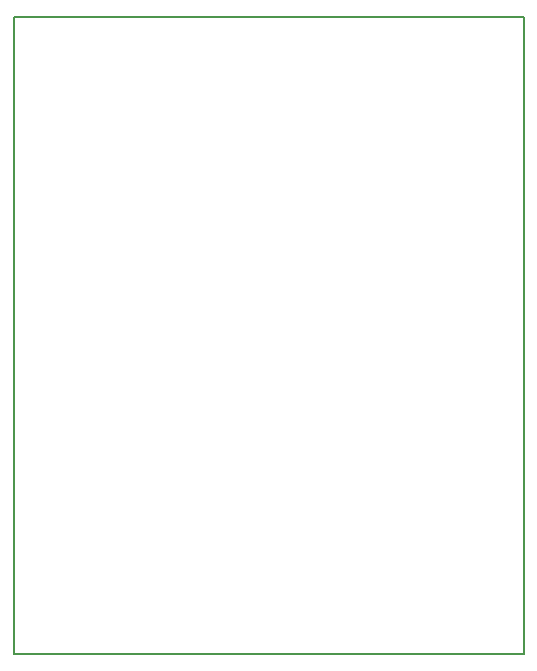
<source format=gbr>
%TF.GenerationSoftware,KiCad,Pcbnew,no-vcs-found-e2505cb~60~ubuntu17.04.1*%
%TF.CreationDate,2017-09-26T21:51:11+03:00*%
%TF.ProjectId,oakram,6F616B72616D2E6B696361645F706362,rev?*%
%TF.SameCoordinates,Original*%
%TF.FileFunction,Profile,NP*%
%FSLAX46Y46*%
G04 Gerber Fmt 4.6, Leading zero omitted, Abs format (unit mm)*
G04 Created by KiCad (PCBNEW no-vcs-found-e2505cb~60~ubuntu17.04.1) date Tue Sep 26 21:51:11 2017*
%MOMM*%
%LPD*%
G01*
G04 APERTURE LIST*
%ADD10C,0.150000*%
G04 APERTURE END LIST*
D10*
X119380000Y-127635000D02*
X119380000Y-73660000D01*
X162560000Y-127635000D02*
X119380000Y-127635000D01*
X162560000Y-73660000D02*
X162560000Y-127635000D01*
X119380000Y-73660000D02*
X162560000Y-73660000D01*
M02*

</source>
